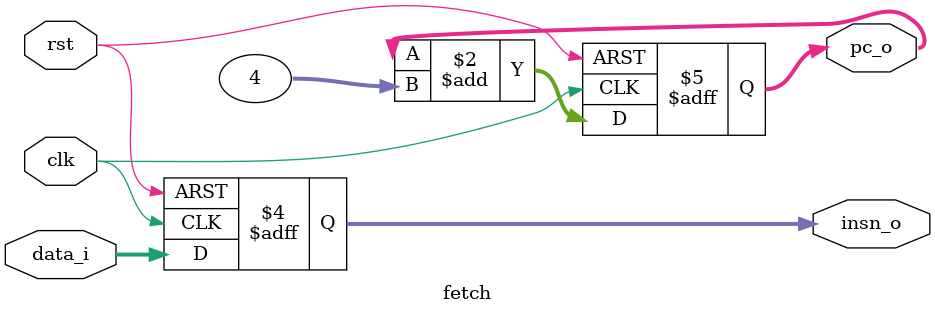
<source format=sv>
/*
 * Module: fetch
 *
 * Description: Fetch stage
 *
 * Inputs:
 * 1) clk
 * 2) rst signal
 *
 * Outputs:
 * 1) AWIDTH wide program counter pc_o
 * 2) DWIDTH wide instruction output insn_o
 */

module fetch #(
    parameter int DWIDTH=32,
    parameter int AWIDTH=32,
    parameter int BASEADDR=32'h01000000
    )(
	// inputs
	input logic clk,
	input logic rst,
    input  logic [DWIDTH-1:0] data_i,   // instruction word from memory
	// outputs	
	output logic [AWIDTH - 1:0] pc_o,   // program counter (address to memory)
    output logic [DWIDTH - 1:0] insn_o  // instruction fetched
);
    
    // Program Counter
    always_ff @(posedge clk or posedge rst) begin
        if (rst) begin
            pc_o <= BASEADDR; // start address
        end else begin
            pc_o <= pc_o + 4; // increment PC by word (4 bytes)
        end
    end

    // Instruction register
    always_ff @(posedge clk or posedge rst) begin
        if (rst) begin
            insn_o <= '0;
        end else begin
            insn_o <= data_i; // latch instruction from memory
        end
    end


endmodule : fetch
				
</source>
